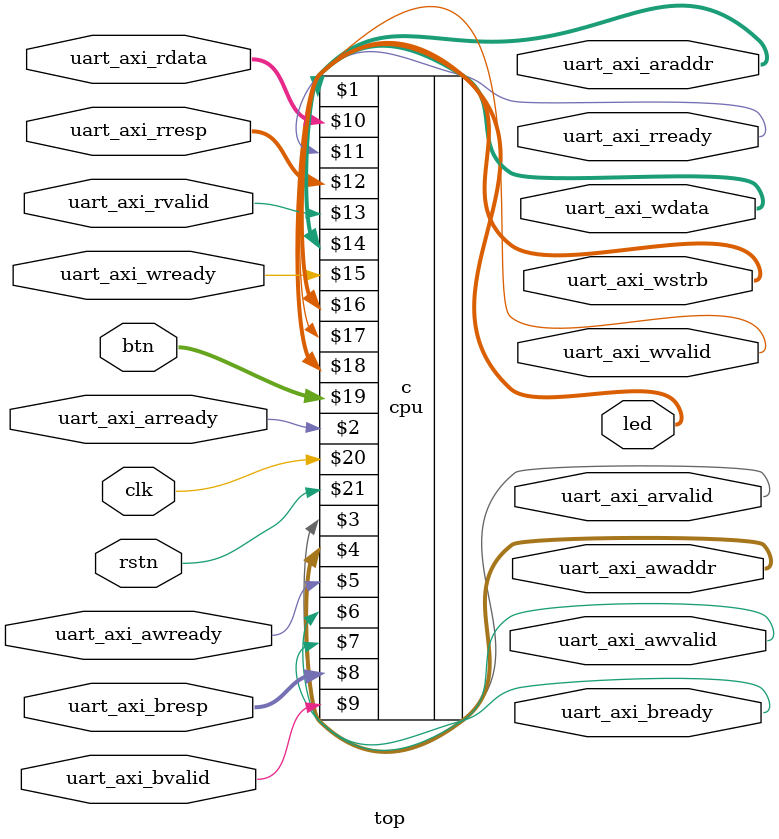
<source format=v>
module top (
     // AXI4-lite uart interface
     // address read channel
     output wire [3:0]                uart_axi_araddr,
     input wire                       uart_axi_arready,
     output wire                      uart_axi_arvalid,
     // address write channel
     output wire [3:0]                uart_axi_awaddr,
     input wire                       uart_axi_awready,
     output wire                      uart_axi_awvalid,
     // response channel
     output wire                      uart_axi_bready,
     input wire [1:0]                 uart_axi_bresp,
     input wire                       uart_axi_bvalid,
     // read data channel
     input wire [31:0]                uart_axi_rdata,
     output wire                      uart_axi_rready,
     input wire [1:0]                 uart_axi_rresp,
     input wire                       uart_axi_rvalid,
     // data write channel
     output wire [31:0]               uart_axi_wdata,
     input wire                       uart_axi_wready,
     output wire [3:0]                uart_axi_wstrb,
     output wire                      uart_axi_wvalid,

     output wire [7:0]                led,
     input wire [4:0]                 btn,
     input wire                       clk,
     input wire                       rstn);

     cpu c(uart_axi_araddr, uart_axi_arready, uart_axi_arvalid,
	   uart_axi_awaddr, uart_axi_awready, uart_axi_awvalid,
	   uart_axi_bready, uart_axi_bresp, uart_axi_bvalid,
	   uart_axi_rdata, uart_axi_rready, uart_axi_rresp, uart_axi_rvalid,
	   uart_axi_wdata, uart_axi_wready, uart_axi_wstrb, uart_axi_wvalid,
	   led, btn, clk, rstn);

endmodule

</source>
